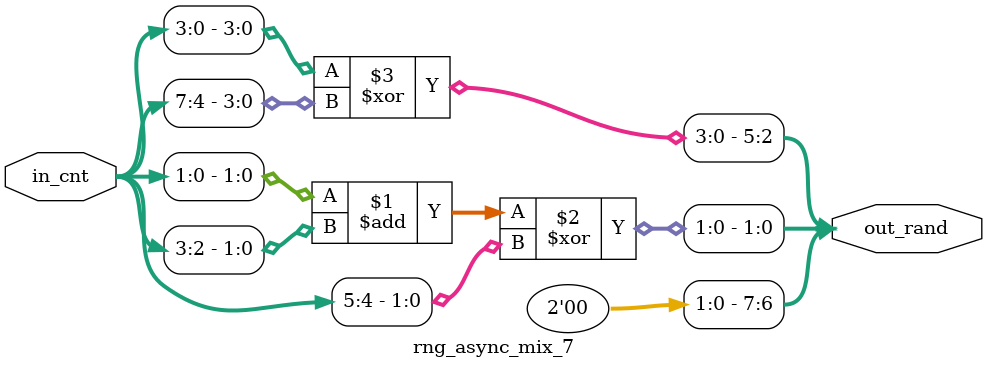
<source format=sv>
module rng_async_mix_7(
    input      [7:0] in_cnt,
    output     [7:0] out_rand
);
    assign out_rand = {in_cnt[3:0] ^ in_cnt[7:4],
                       (in_cnt[1:0] + in_cnt[3:2]) ^ in_cnt[5:4]};
endmodule
</source>
